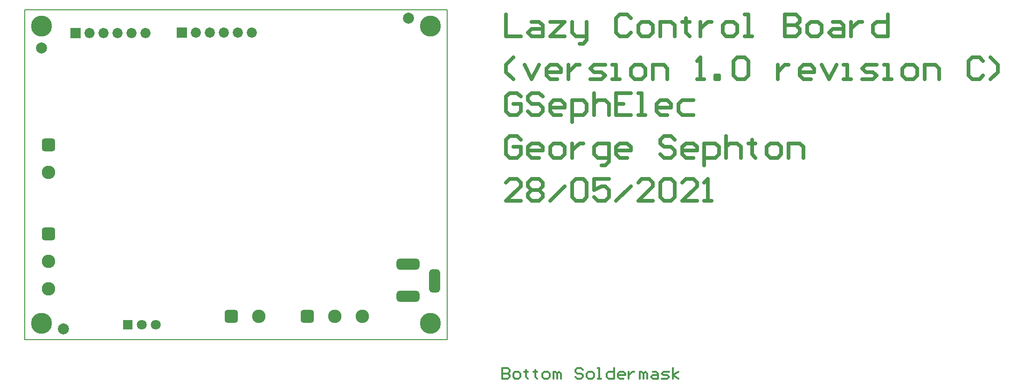
<source format=gbs>
G04 Layer_Color=16711935*
%FSLAX42Y42*%
%MOMM*%
G71*
G01*
G75*
%ADD27C,0.30*%
%ADD29C,0.20*%
%ADD30C,0.70*%
%ADD45C,2.00*%
%ADD62C,3.80*%
%ADD63C,1.85*%
%ADD64R,1.85X1.85*%
%ADD65C,2.45*%
G04:AMPARAMS|DCode=66|XSize=2.45mm|YSize=2.45mm|CornerRadius=0.66mm|HoleSize=0mm|Usage=FLASHONLY|Rotation=270.000|XOffset=0mm|YOffset=0mm|HoleType=Round|Shape=RoundedRectangle|*
%AMROUNDEDRECTD66*
21,1,2.45,1.13,0,0,270.0*
21,1,1.13,2.45,0,0,270.0*
1,1,1.33,-0.56,-0.56*
1,1,1.33,-0.56,0.56*
1,1,1.33,0.56,0.56*
1,1,1.33,0.56,-0.56*
%
%ADD66ROUNDEDRECTD66*%
%ADD67C,1.80*%
%ADD68R,1.80X1.80*%
G04:AMPARAMS|DCode=69|XSize=2.45mm|YSize=2.45mm|CornerRadius=0.66mm|HoleSize=0mm|Usage=FLASHONLY|Rotation=0.000|XOffset=0mm|YOffset=0mm|HoleType=Round|Shape=RoundedRectangle|*
%AMROUNDEDRECTD69*
21,1,2.45,1.13,0,0,0.0*
21,1,1.13,2.45,0,0,0.0*
1,1,1.33,0.56,-0.56*
1,1,1.33,-0.56,-0.56*
1,1,1.33,-0.56,0.56*
1,1,1.33,0.56,0.56*
%
%ADD69ROUNDEDRECTD69*%
G04:AMPARAMS|DCode=70|XSize=4.2mm|YSize=2mm|CornerRadius=0.55mm|HoleSize=0mm|Usage=FLASHONLY|Rotation=180.000|XOffset=0mm|YOffset=0mm|HoleType=Round|Shape=RoundedRectangle|*
%AMROUNDEDRECTD70*
21,1,4.20,0.90,0,0,180.0*
21,1,3.10,2.00,0,0,180.0*
1,1,1.10,-1.55,0.45*
1,1,1.10,1.55,0.45*
1,1,1.10,1.55,-0.45*
1,1,1.10,-1.55,-0.45*
%
%ADD70ROUNDEDRECTD70*%
G04:AMPARAMS|DCode=71|XSize=4.2mm|YSize=2mm|CornerRadius=0.55mm|HoleSize=0mm|Usage=FLASHONLY|Rotation=270.000|XOffset=0mm|YOffset=0mm|HoleType=Round|Shape=RoundedRectangle|*
%AMROUNDEDRECTD71*
21,1,4.20,0.90,0,0,270.0*
21,1,3.10,2.00,0,0,270.0*
1,1,1.10,-0.45,-1.55*
1,1,1.10,-0.45,1.55*
1,1,1.10,0.45,1.55*
1,1,1.10,0.45,-1.55*
%
%ADD71ROUNDEDRECTD71*%
D27*
X8665Y-510D02*
Y-710D01*
X8765D01*
X8798Y-677D01*
Y-643D01*
X8765Y-610D01*
X8665D01*
X8765D01*
X8798Y-577D01*
Y-543D01*
X8765Y-510D01*
X8665D01*
X8898Y-710D02*
X8965D01*
X8998Y-677D01*
Y-610D01*
X8965Y-577D01*
X8898D01*
X8865Y-610D01*
Y-677D01*
X8898Y-710D01*
X9098Y-543D02*
Y-577D01*
X9065D01*
X9132D01*
X9098D01*
Y-677D01*
X9132Y-710D01*
X9265Y-543D02*
Y-577D01*
X9231D01*
X9298D01*
X9265D01*
Y-677D01*
X9298Y-710D01*
X9431D02*
X9498D01*
X9531Y-677D01*
Y-610D01*
X9498Y-577D01*
X9431D01*
X9398Y-610D01*
Y-677D01*
X9431Y-710D01*
X9598D02*
Y-577D01*
X9631D01*
X9665Y-610D01*
Y-710D01*
Y-610D01*
X9698Y-577D01*
X9731Y-610D01*
Y-710D01*
X10131Y-543D02*
X10098Y-510D01*
X10031D01*
X9998Y-543D01*
Y-577D01*
X10031Y-610D01*
X10098D01*
X10131Y-643D01*
Y-677D01*
X10098Y-710D01*
X10031D01*
X9998Y-677D01*
X10231Y-710D02*
X10298D01*
X10331Y-677D01*
Y-610D01*
X10298Y-577D01*
X10231D01*
X10198Y-610D01*
Y-677D01*
X10231Y-710D01*
X10398D02*
X10464D01*
X10431D01*
Y-510D01*
X10398D01*
X10698D02*
Y-710D01*
X10598D01*
X10564Y-677D01*
Y-610D01*
X10598Y-577D01*
X10698D01*
X10864Y-710D02*
X10798D01*
X10764Y-677D01*
Y-610D01*
X10798Y-577D01*
X10864D01*
X10898Y-610D01*
Y-643D01*
X10764D01*
X10964Y-577D02*
Y-710D01*
Y-643D01*
X10998Y-610D01*
X11031Y-577D01*
X11064D01*
X11164Y-710D02*
Y-577D01*
X11198D01*
X11231Y-610D01*
Y-710D01*
Y-610D01*
X11264Y-577D01*
X11297Y-610D01*
Y-710D01*
X11397Y-577D02*
X11464D01*
X11497Y-610D01*
Y-710D01*
X11397D01*
X11364Y-677D01*
X11397Y-643D01*
X11497D01*
X11564Y-710D02*
X11664D01*
X11697Y-677D01*
X11664Y-643D01*
X11597D01*
X11564Y-610D01*
X11597Y-577D01*
X11697D01*
X11764Y-710D02*
Y-510D01*
Y-643D02*
X11864Y-577D01*
X11764Y-643D02*
X11864Y-710D01*
D29*
X7665Y0D02*
Y6000D01*
X0D02*
X7665D01*
X0Y0D02*
Y6000D01*
Y0D02*
X7665D01*
D30*
X8735Y5916D02*
Y5516D01*
X9002D01*
X9202Y5782D02*
X9335D01*
X9401Y5716D01*
Y5516D01*
X9202D01*
X9135Y5582D01*
X9202Y5649D01*
X9401D01*
X9535Y5782D02*
X9801D01*
X9535Y5516D01*
X9801D01*
X9935Y5782D02*
Y5582D01*
X10001Y5516D01*
X10201D01*
Y5449D01*
X10135Y5383D01*
X10068D01*
X10201Y5516D02*
Y5782D01*
X11001Y5849D02*
X10934Y5916D01*
X10801D01*
X10734Y5849D01*
Y5582D01*
X10801Y5516D01*
X10934D01*
X11001Y5582D01*
X11201Y5516D02*
X11334D01*
X11401Y5582D01*
Y5716D01*
X11334Y5782D01*
X11201D01*
X11134Y5716D01*
Y5582D01*
X11201Y5516D01*
X11534D02*
Y5782D01*
X11734D01*
X11801Y5716D01*
Y5516D01*
X12001Y5849D02*
Y5782D01*
X11934D01*
X12067D01*
X12001D01*
Y5582D01*
X12067Y5516D01*
X12267Y5782D02*
Y5516D01*
Y5649D01*
X12334Y5716D01*
X12400Y5782D01*
X12467D01*
X12734Y5516D02*
X12867D01*
X12934Y5582D01*
Y5716D01*
X12867Y5782D01*
X12734D01*
X12667Y5716D01*
Y5582D01*
X12734Y5516D01*
X13067D02*
X13200D01*
X13134D01*
Y5916D01*
X13067D01*
X13800D02*
Y5516D01*
X14000D01*
X14067Y5582D01*
Y5649D01*
X14000Y5716D01*
X13800D01*
X14000D01*
X14067Y5782D01*
Y5849D01*
X14000Y5916D01*
X13800D01*
X14267Y5516D02*
X14400D01*
X14466Y5582D01*
Y5716D01*
X14400Y5782D01*
X14267D01*
X14200Y5716D01*
Y5582D01*
X14267Y5516D01*
X14666Y5782D02*
X14800D01*
X14866Y5716D01*
Y5516D01*
X14666D01*
X14600Y5582D01*
X14666Y5649D01*
X14866D01*
X15000Y5782D02*
Y5516D01*
Y5649D01*
X15066Y5716D01*
X15133Y5782D01*
X15200D01*
X15666Y5916D02*
Y5516D01*
X15466D01*
X15400Y5582D01*
Y5716D01*
X15466Y5782D01*
X15666D01*
X8868Y4735D02*
X8735Y4868D01*
Y5001D01*
X8868Y5135D01*
X9068Y5001D02*
X9202Y4735D01*
X9335Y5001D01*
X9668Y4735D02*
X9535D01*
X9468Y4801D01*
Y4935D01*
X9535Y5001D01*
X9668D01*
X9735Y4935D01*
Y4868D01*
X9468D01*
X9868Y5001D02*
Y4735D01*
Y4868D01*
X9935Y4935D01*
X10001Y5001D01*
X10068D01*
X10268Y4735D02*
X10468D01*
X10534Y4801D01*
X10468Y4868D01*
X10334D01*
X10268Y4935D01*
X10334Y5001D01*
X10534D01*
X10668Y4735D02*
X10801D01*
X10734D01*
Y5001D01*
X10668D01*
X11068Y4735D02*
X11201D01*
X11268Y4801D01*
Y4935D01*
X11201Y5001D01*
X11068D01*
X11001Y4935D01*
Y4801D01*
X11068Y4735D01*
X11401D02*
Y5001D01*
X11601D01*
X11667Y4935D01*
Y4735D01*
X12201D02*
X12334D01*
X12267D01*
Y5135D01*
X12201Y5068D01*
X12534Y4735D02*
Y4801D01*
X12600D01*
Y4735D01*
X12534D01*
X12867Y5068D02*
X12934Y5135D01*
X13067D01*
X13134Y5068D01*
Y4801D01*
X13067Y4735D01*
X12934D01*
X12867Y4801D01*
Y5068D01*
X13667Y5001D02*
Y4735D01*
Y4868D01*
X13733Y4935D01*
X13800Y5001D01*
X13867D01*
X14267Y4735D02*
X14133D01*
X14067Y4801D01*
Y4935D01*
X14133Y5001D01*
X14267D01*
X14333Y4935D01*
Y4868D01*
X14067D01*
X14466Y5001D02*
X14600Y4735D01*
X14733Y5001D01*
X14866Y4735D02*
X15000D01*
X14933D01*
Y5001D01*
X14866D01*
X15200Y4735D02*
X15400D01*
X15466Y4801D01*
X15400Y4868D01*
X15266D01*
X15200Y4935D01*
X15266Y5001D01*
X15466D01*
X15599Y4735D02*
X15733D01*
X15666D01*
Y5001D01*
X15599D01*
X15999Y4735D02*
X16133D01*
X16199Y4801D01*
Y4935D01*
X16133Y5001D01*
X15999D01*
X15933Y4935D01*
Y4801D01*
X15999Y4735D01*
X16333D02*
Y5001D01*
X16532D01*
X16599Y4935D01*
Y4735D01*
X17399Y5068D02*
X17332Y5135D01*
X17199D01*
X17132Y5068D01*
Y4801D01*
X17199Y4735D01*
X17332D01*
X17399Y4801D01*
X17532Y4735D02*
X17665Y4868D01*
Y5001D01*
X17532Y5135D01*
X9002Y4420D02*
X8935Y4487D01*
X8802D01*
X8735Y4420D01*
Y4153D01*
X8802Y4087D01*
X8935D01*
X9002Y4153D01*
Y4287D01*
X8868D01*
X9401Y4420D02*
X9335Y4487D01*
X9202D01*
X9135Y4420D01*
Y4353D01*
X9202Y4287D01*
X9335D01*
X9401Y4220D01*
Y4153D01*
X9335Y4087D01*
X9202D01*
X9135Y4153D01*
X9735Y4087D02*
X9601D01*
X9535Y4153D01*
Y4287D01*
X9601Y4353D01*
X9735D01*
X9801Y4287D01*
Y4220D01*
X9535D01*
X9935Y3954D02*
Y4353D01*
X10135D01*
X10201Y4287D01*
Y4153D01*
X10135Y4087D01*
X9935D01*
X10334Y4487D02*
Y4087D01*
Y4287D01*
X10401Y4353D01*
X10534D01*
X10601Y4287D01*
Y4087D01*
X11001Y4487D02*
X10734D01*
Y4087D01*
X11001D01*
X10734Y4287D02*
X10868D01*
X11134Y4087D02*
X11268D01*
X11201D01*
Y4487D01*
X11134D01*
X11667Y4087D02*
X11534D01*
X11467Y4153D01*
Y4287D01*
X11534Y4353D01*
X11667D01*
X11734Y4287D01*
Y4220D01*
X11467D01*
X12134Y4353D02*
X11934D01*
X11867Y4287D01*
Y4153D01*
X11934Y4087D01*
X12134D01*
X9002Y3639D02*
X8935Y3706D01*
X8802D01*
X8735Y3639D01*
Y3372D01*
X8802Y3306D01*
X8935D01*
X9002Y3372D01*
Y3506D01*
X8868D01*
X9335Y3306D02*
X9202D01*
X9135Y3372D01*
Y3506D01*
X9202Y3572D01*
X9335D01*
X9401Y3506D01*
Y3439D01*
X9135D01*
X9601Y3306D02*
X9735D01*
X9801Y3372D01*
Y3506D01*
X9735Y3572D01*
X9601D01*
X9535Y3506D01*
Y3372D01*
X9601Y3306D01*
X9935Y3572D02*
Y3306D01*
Y3439D01*
X10001Y3506D01*
X10068Y3572D01*
X10135D01*
X10468Y3172D02*
X10534D01*
X10601Y3239D01*
Y3572D01*
X10401D01*
X10334Y3506D01*
Y3372D01*
X10401Y3306D01*
X10601D01*
X10934D02*
X10801D01*
X10734Y3372D01*
Y3506D01*
X10801Y3572D01*
X10934D01*
X11001Y3506D01*
Y3439D01*
X10734D01*
X11801Y3639D02*
X11734Y3706D01*
X11601D01*
X11534Y3639D01*
Y3572D01*
X11601Y3506D01*
X11734D01*
X11801Y3439D01*
Y3372D01*
X11734Y3306D01*
X11601D01*
X11534Y3372D01*
X12134Y3306D02*
X12001D01*
X11934Y3372D01*
Y3506D01*
X12001Y3572D01*
X12134D01*
X12201Y3506D01*
Y3439D01*
X11934D01*
X12334Y3172D02*
Y3572D01*
X12534D01*
X12600Y3506D01*
Y3372D01*
X12534Y3306D01*
X12334D01*
X12734Y3706D02*
Y3306D01*
Y3506D01*
X12800Y3572D01*
X12934D01*
X13000Y3506D01*
Y3306D01*
X13200Y3639D02*
Y3572D01*
X13134D01*
X13267D01*
X13200D01*
Y3372D01*
X13267Y3306D01*
X13533D02*
X13667D01*
X13733Y3372D01*
Y3506D01*
X13667Y3572D01*
X13533D01*
X13467Y3506D01*
Y3372D01*
X13533Y3306D01*
X13867D02*
Y3572D01*
X14067D01*
X14133Y3506D01*
Y3306D01*
X9002Y2525D02*
X8735D01*
X9002Y2791D01*
Y2858D01*
X8935Y2924D01*
X8802D01*
X8735Y2858D01*
X9135D02*
X9202Y2924D01*
X9335D01*
X9401Y2858D01*
Y2791D01*
X9335Y2724D01*
X9401Y2658D01*
Y2591D01*
X9335Y2525D01*
X9202D01*
X9135Y2591D01*
Y2658D01*
X9202Y2724D01*
X9135Y2791D01*
Y2858D01*
X9202Y2724D02*
X9335D01*
X9535Y2525D02*
X9801Y2791D01*
X9935Y2858D02*
X10001Y2924D01*
X10135D01*
X10201Y2858D01*
Y2591D01*
X10135Y2525D01*
X10001D01*
X9935Y2591D01*
Y2858D01*
X10601Y2924D02*
X10334D01*
Y2724D01*
X10468Y2791D01*
X10534D01*
X10601Y2724D01*
Y2591D01*
X10534Y2525D01*
X10401D01*
X10334Y2591D01*
X10734Y2525D02*
X11001Y2791D01*
X11401Y2525D02*
X11134D01*
X11401Y2791D01*
Y2858D01*
X11334Y2924D01*
X11201D01*
X11134Y2858D01*
X11534D02*
X11601Y2924D01*
X11734D01*
X11801Y2858D01*
Y2591D01*
X11734Y2525D01*
X11601D01*
X11534Y2591D01*
Y2858D01*
X12201Y2525D02*
X11934D01*
X12201Y2791D01*
Y2858D01*
X12134Y2924D01*
X12001D01*
X11934Y2858D01*
X12334Y2525D02*
X12467D01*
X12400D01*
Y2924D01*
X12334Y2858D01*
D45*
X700Y200D02*
D03*
X6965Y5850D02*
D03*
X300Y5300D02*
D03*
D62*
Y300D02*
D03*
Y5700D02*
D03*
X7365D02*
D03*
Y300D02*
D03*
D63*
X1428Y5578D02*
D03*
X1174D02*
D03*
X1682D02*
D03*
X1936D02*
D03*
X2190D02*
D03*
X3353Y5583D02*
D03*
X3099D02*
D03*
X3607D02*
D03*
X3861D02*
D03*
X4115D02*
D03*
D64*
X920Y5578D02*
D03*
X2845Y5583D02*
D03*
D65*
X425Y3045D02*
D03*
X425Y1430D02*
D03*
Y930D02*
D03*
X4245Y425D02*
D03*
X5625Y425D02*
D03*
X6125D02*
D03*
D66*
X425Y3545D02*
D03*
X425Y1930D02*
D03*
D67*
X2379Y275D02*
D03*
X2125D02*
D03*
D68*
X1871D02*
D03*
D69*
X3745Y425D02*
D03*
X5125Y425D02*
D03*
D70*
X6955Y1375D02*
D03*
Y795D02*
D03*
D71*
X7435Y1075D02*
D03*
M02*

</source>
